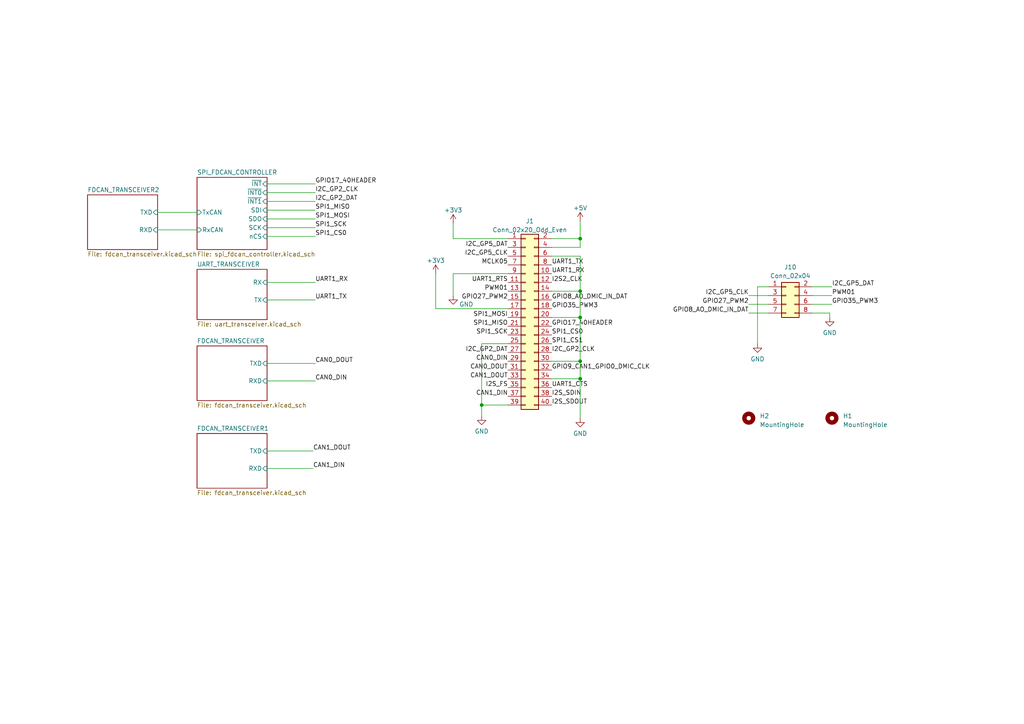
<source format=kicad_sch>
(kicad_sch (version 20230121) (generator eeschema)
  (paper "A4")
  (title_block (title "Jetson AGX Xavier 40-pin header hat") (date "2023-06-16") (company "EPFL Xplore") (comment 3 "Made by [MYB]"))
  (lib_symbols
    (symbol "Connector_Generic:Conn_02x20_Odd_Even" (pin_names (offset 1.016) hide)
      (property "Reference" "J" (at 1.27 25.4 0))
      (property "Value" "Conn_02x20_Odd_Even" (at 1.27 -27.94 0))
      (symbol "Conn_02x20_Odd_Even_1_1"
        (rectangle (start -1.27 -25.273) (end 0 -25.527) (stroke (width 0.1524)))
        (rectangle (start -1.27 -22.733) (end 0 -22.987) (stroke (width 0.1524)))
        (rectangle (start -1.27 -20.193) (end 0 -20.447) (stroke (width 0.1524)))
        (rectangle (start -1.27 -17.653) (end 0 -17.907) (stroke (width 0.1524)))
        (rectangle (start -1.27 -15.113) (end 0 -15.367) (stroke (width 0.1524)))
        (rectangle (start -1.27 -12.573) (end 0 -12.827) (stroke (width 0.1524)))
        (rectangle (start -1.27 -10.033) (end 0 -10.287) (stroke (width 0.1524)))
        (rectangle (start -1.27 -7.493) (end 0 -7.747) (stroke (width 0.1524)))
        (rectangle (start -1.27 -4.953) (end 0 -5.207) (stroke (width 0.1524)))
        (rectangle (start -1.27 -2.413) (end 0 -2.667) (stroke (width 0.1524)))
        (rectangle (start -1.27 0.127) (end 0 -0.127) (stroke (width 0.1524)))
        (rectangle (start -1.27 2.667) (end 0 2.413) (stroke (width 0.1524)))
        (rectangle (start -1.27 5.207) (end 0 4.953) (stroke (width 0.1524)))
        (rectangle (start -1.27 7.747) (end 0 7.493) (stroke (width 0.1524)))
        (rectangle (start -1.27 10.287) (end 0 10.033) (stroke (width 0.1524)))
        (rectangle (start -1.27 12.827) (end 0 12.573) (stroke (width 0.1524)))
        (rectangle (start -1.27 15.367) (end 0 15.113) (stroke (width 0.1524)))
        (rectangle (start -1.27 17.907) (end 0 17.653) (stroke (width 0.1524)))
        (rectangle (start -1.27 20.447) (end 0 20.193) (stroke (width 0.1524)))
        (rectangle (start -1.27 22.987) (end 0 22.733) (stroke (width 0.1524)))
        (rectangle (start -1.27 24.13) (end 3.81 -26.67) (stroke (width 0.254)) (fill (type background)))
        (rectangle (start 3.81 -25.273) (end 2.54 -25.527) (stroke (width 0.1524)))
        (rectangle (start 3.81 -22.733) (end 2.54 -22.987) (stroke (width 0.1524)))
        (rectangle (start 3.81 -20.193) (end 2.54 -20.447) (stroke (width 0.1524)))
        (rectangle (start 3.81 -17.653) (end 2.54 -17.907) (stroke (width 0.1524)))
        (rectangle (start 3.81 -15.113) (end 2.54 -15.367) (stroke (width 0.1524)))
        (rectangle (start 3.81 -12.573) (end 2.54 -12.827) (stroke (width 0.1524)))
        (rectangle (start 3.81 -10.033) (end 2.54 -10.287) (stroke (width 0.1524)))
        (rectangle (start 3.81 -7.493) (end 2.54 -7.747) (stroke (width 0.1524)))
        (rectangle (start 3.81 -4.953) (end 2.54 -5.207) (stroke (width 0.1524)))
        (rectangle (start 3.81 -2.413) (end 2.54 -2.667) (stroke (width 0.1524)))
        (rectangle (start 3.81 0.127) (end 2.54 -0.127) (stroke (width 0.1524)))
        (rectangle (start 3.81 2.667) (end 2.54 2.413) (stroke (width 0.1524)))
        (rectangle (start 3.81 5.207) (end 2.54 4.953) (stroke (width 0.1524)))
        (rectangle (start 3.81 7.747) (end 2.54 7.493) (stroke (width 0.1524)))
        (rectangle (start 3.81 10.287) (end 2.54 10.033) (stroke (width 0.1524)))
        (rectangle (start 3.81 12.827) (end 2.54 12.573) (stroke (width 0.1524)))
        (rectangle (start 3.81 15.367) (end 2.54 15.113) (stroke (width 0.1524)))
        (rectangle (start 3.81 17.907) (end 2.54 17.653) (stroke (width 0.1524)))
        (rectangle (start 3.81 20.447) (end 2.54 20.193) (stroke (width 0.1524)))
        (rectangle (start 3.81 22.987) (end 2.54 22.733) (stroke (width 0.1524)))
        (pin passive line (at -5.08 22.86 0) (length 3.81) (name "Pin_1") (number "1"))
        (pin passive line (at 7.62 12.7 180) (length 3.81) (name "Pin_10") (number "10"))
        (pin passive line (at -5.08 10.16 0) (length 3.81) (name "Pin_11") (number "11"))
        (pin passive line (at 7.62 10.16 180) (length 3.81) (name "Pin_12") (number "12"))
        (pin passive line (at -5.08 7.62 0) (length 3.81) (name "Pin_13") (number "13"))
        (pin passive line (at 7.62 7.62 180) (length 3.81) (name "Pin_14") (number "14"))
        (pin passive line (at -5.08 5.08 0) (length 3.81) (name "Pin_15") (number "15"))
        (pin passive line (at 7.62 5.08 180) (length 3.81) (name "Pin_16") (number "16"))
        (pin passive line (at -5.08 2.54 0) (length 3.81) (name "Pin_17") (number "17"))
        (pin passive line (at 7.62 2.54 180) (length 3.81) (name "Pin_18") (number "18"))
        (pin passive line (at -5.08 0 0) (length 3.81) (name "Pin_19") (number "19"))
        (pin passive line (at 7.62 22.86 180) (length 3.81) (name "Pin_2") (number "2"))
        (pin passive line (at 7.62 0 180) (length 3.81) (name "Pin_20") (number "20"))
        (pin passive line (at -5.08 -2.54 0) (length 3.81) (name "Pin_21") (number "21"))
        (pin passive line (at 7.62 -2.54 180) (length 3.81) (name "Pin_22") (number "22"))
        (pin passive line (at -5.08 -5.08 0) (length 3.81) (name "Pin_23") (number "23"))
        (pin passive line (at 7.62 -5.08 180) (length 3.81) (name "Pin_24") (number "24"))
        (pin passive line (at -5.08 -7.62 0) (length 3.81) (name "Pin_25") (number "25"))
        (pin passive line (at 7.62 -7.62 180) (length 3.81) (name "Pin_26") (number "26"))
        (pin passive line (at -5.08 -10.16 0) (length 3.81) (name "Pin_27") (number "27"))
        (pin passive line (at 7.62 -10.16 180) (length 3.81) (name "Pin_28") (number "28"))
        (pin passive line (at -5.08 -12.7 0) (length 3.81) (name "Pin_29") (number "29"))
        (pin passive line (at -5.08 20.32 0) (length 3.81) (name "Pin_3") (number "3"))
        (pin passive line (at 7.62 -12.7 180) (length 3.81) (name "Pin_30") (number "30"))
        (pin passive line (at -5.08 -15.24 0) (length 3.81) (name "Pin_31") (number "31"))
        (pin passive line (at 7.62 -15.24 180) (length 3.81) (name "Pin_32") (number "32"))
        (pin passive line (at -5.08 -17.78 0) (length 3.81) (name "Pin_33") (number "33"))
        (pin passive line (at 7.62 -17.78 180) (length 3.81) (name "Pin_34") (number "34"))
        (pin passive line (at -5.08 -20.32 0) (length 3.81) (name "Pin_35") (number "35"))
        (pin passive line (at 7.62 -20.32 180) (length 3.81) (name "Pin_36") (number "36"))
        (pin passive line (at -5.08 -22.86 0) (length 3.81) (name "Pin_37") (number "37"))
        (pin passive line (at 7.62 -22.86 180) (length 3.81) (name "Pin_38") (number "38"))
        (pin passive line (at -5.08 -25.4 0) (length 3.81) (name "Pin_39") (number "39"))
        (pin passive line (at 7.62 20.32 180) (length 3.81) (name "Pin_4") (number "4"))
        (pin passive line (at 7.62 -25.4 180) (length 3.81) (name "Pin_40") (number "40"))
        (pin passive line (at -5.08 17.78 0) (length 3.81) (name "Pin_5") (number "5"))
        (pin passive line (at 7.62 17.78 180) (length 3.81) (name "Pin_6") (number "6"))
        (pin passive line (at -5.08 15.24 0) (length 3.81) (name "Pin_7") (number "7"))
        (pin passive line (at 7.62 15.24 180) (length 3.81) (name "Pin_8") (number "8"))
        (pin passive line (at -5.08 12.7 0) (length 3.81) (name "Pin_9") (number "9"))
      )
    )
    (symbol "Mechanical:MountingHole" (pin_names (offset 1.016))
      (property "Reference" "H" (at 0 5.08 0))
      (property "Value" "MountingHole" (at 0 3.175 0))
      (symbol "MountingHole_0_1"
        (circle (center 0 0) (radius 1.27) (stroke (width 1.27)))
      )
    )
    (symbol "PCM_4ms_Connector:Conn_02x04" (pin_names (offset 1.016) hide)
      (property "Reference" "J" (at 1.27 5.08 0))
      (property "Value" "Conn_02x04" (at 1.27 -7.62 0))
      (symbol "Conn_02x04_1_1"
        (rectangle (start -1.27 -4.953) (end 0 -5.207) (stroke (width 0.1524)))
        (rectangle (start -1.27 -2.413) (end 0 -2.667) (stroke (width 0.1524)))
        (rectangle (start -1.27 0.127) (end 0 -0.127) (stroke (width 0.1524)))
        (rectangle (start -1.27 2.667) (end 0 2.413) (stroke (width 0.1524)))
        (rectangle (start -1.27 3.81) (end 3.81 -6.35) (stroke (width 0.254)) (fill (type background)))
        (rectangle (start 3.81 -4.953) (end 2.54 -5.207) (stroke (width 0.1524)))
        (rectangle (start 3.81 -2.413) (end 2.54 -2.667) (stroke (width 0.1524)))
        (rectangle (start 3.81 0.127) (end 2.54 -0.127) (stroke (width 0.1524)))
        (rectangle (start 3.81 2.667) (end 2.54 2.413) (stroke (width 0.1524)))
        (pin passive line (at -5.08 2.54 0) (length 3.81) (name "Pin_1") (number "1"))
        (pin passive line (at 7.62 2.54 180) (length 3.81) (name "Pin_2") (number "2"))
        (pin passive line (at -5.08 0 0) (length 3.81) (name "Pin_3") (number "3"))
        (pin passive line (at 7.62 0 180) (length 3.81) (name "Pin_4") (number "4"))
        (pin passive line (at -5.08 -2.54 0) (length 3.81) (name "Pin_5") (number "5"))
        (pin passive line (at 7.62 -2.54 180) (length 3.81) (name "Pin_6") (number "6"))
        (pin passive line (at -5.08 -5.08 0) (length 3.81) (name "Pin_7") (number "7"))
        (pin passive line (at 7.62 -5.08 180) (length 3.81) (name "Pin_8") (number "8"))
      )
    )
    (symbol "PCM_4ms_Power-symbol:+3.3V" (power) (pin_names (offset 0))
      (property "Value" "+3.3V" (at 0 3.556 0))
      (symbol "+3.3V_0_1"
        (polyline (pts (xy -0.762 1.27) (xy 0 2.54)))
        (polyline (pts (xy 0 0) (xy 0 2.54)))
        (polyline (pts (xy 0 2.54) (xy 0.762 1.27)))
      )
      (symbol "+3.3V_1_1"
        (pin power_in line (at 0 0 90) (length 0) hide (name "+3V3") (number "1"))
      )
    )
    (symbol "PCM_4ms_Power-symbol:+5V" (power) (pin_names (offset 0))
      (property "Value" "+5V" (at 0 3.556 0))
      (symbol "+5V_0_1"
        (polyline (pts (xy -0.762 1.27) (xy 0 2.54)))
        (polyline (pts (xy 0 0) (xy 0 2.54)))
        (polyline (pts (xy 0 2.54) (xy 0.762 1.27)))
      )
      (symbol "+5V_1_1"
        (pin power_in line (at 0 0 90) (length 0) hide (name "+5V") (number "1"))
      )
    )
    (symbol "PCM_4ms_Power-symbol:GND" (power) (pin_names (offset 0))
      (property "Value" "GND" (at 0 -3.81 0))
      (symbol "GND_0_1"
        (polyline (pts (xy 0 0) (xy 0 -1.27) (xy 1.27 -1.27) (xy 0 -2.54) (xy -1.27 -1.27) (xy 0 -1.27)))
      )
      (symbol "GND_1_1"
        (pin power_in line (at 0 0 270) (length 0) hide (name "GND") (number "1"))
      )
    )
  )
  (junction (at 168.275 92.075))
  (junction (at 168.275 104.775))
  (junction (at 168.275 69.215))
  (junction (at 168.275 84.455))
  (junction (at 139.7 117.475))
  (junction (at 168.275 109.855))
  (wire (pts (xy 160.02 104.775) (xy 168.275 104.775)))
  (wire (pts (xy 77.47 66.04) (xy 91.44 66.04)))
  (wire (pts (xy 168.275 84.455) (xy 168.275 92.075)))
  (wire (pts (xy 77.47 81.915) (xy 91.44 81.915)))
  (wire (pts (xy 131.445 64.77) (xy 131.445 69.215)))
  (wire (pts (xy 168.275 92.075) (xy 168.275 104.775)))
  (wire (pts (xy 240.665 92.075) (xy 240.665 90.805)))
  (wire (pts (xy 139.7 117.475) (xy 139.7 120.65)))
  (wire (pts (xy 126.365 89.535) (xy 147.32 89.535)))
  (wire (pts (xy 77.47 135.89) (xy 90.805 135.89)))
  (wire (pts (xy 217.17 88.265) (xy 222.885 88.265)))
  (wire (pts (xy 139.7 117.475) (xy 147.32 117.475)))
  (wire (pts (xy 77.47 105.41) (xy 91.44 105.41)))
  (wire (pts (xy 160.02 92.075) (xy 168.275 92.075)))
  (wire (pts (xy 219.71 83.185) (xy 222.885 83.185)))
  (wire (pts (xy 160.02 109.855) (xy 168.275 109.855)))
  (wire (pts (xy 168.275 64.135) (xy 168.275 69.215)))
  (wire (pts (xy 160.02 71.755) (xy 168.275 71.755)))
  (wire (pts (xy 168.275 74.295) (xy 168.275 84.455)))
  (wire (pts (xy 168.275 109.855) (xy 168.275 121.285)))
  (wire (pts (xy 241.3 88.265) (xy 235.585 88.265)))
  (wire (pts (xy 219.71 83.185) (xy 219.71 99.695)))
  (wire (pts (xy 241.3 85.725) (xy 235.585 85.725)))
  (wire (pts (xy 147.32 99.695) (xy 139.7 99.695)))
  (wire (pts (xy 77.47 130.81) (xy 90.805 130.81)))
  (wire (pts (xy 131.445 69.215) (xy 147.32 69.215)))
  (wire (pts (xy 77.47 110.49) (xy 91.44 110.49)))
  (wire (pts (xy 139.7 99.695) (xy 139.7 117.475)))
  (wire (pts (xy 77.47 86.995) (xy 91.44 86.995)))
  (wire (pts (xy 168.275 104.775) (xy 168.275 109.855)))
  (wire (pts (xy 77.47 68.58) (xy 91.44 68.58)))
  (wire (pts (xy 131.445 85.725) (xy 131.445 79.375)))
  (wire (pts (xy 217.17 85.725) (xy 222.885 85.725)))
  (wire (pts (xy 45.72 61.595) (xy 57.15 61.595)))
  (wire (pts (xy 131.445 79.375) (xy 147.32 79.375)))
  (wire (pts (xy 77.47 58.42) (xy 91.44 58.42)))
  (wire (pts (xy 126.365 79.375) (xy 126.365 89.535)))
  (wire (pts (xy 241.3 83.185) (xy 235.585 83.185)))
  (wire (pts (xy 77.47 63.5) (xy 91.44 63.5)))
  (wire (pts (xy 160.02 84.455) (xy 168.275 84.455)))
  (wire (pts (xy 240.665 90.805) (xy 235.585 90.805)))
  (wire (pts (xy 160.02 69.215) (xy 168.275 69.215)))
  (wire (pts (xy 217.17 90.805) (xy 222.885 90.805)))
  (wire (pts (xy 77.47 60.96) (xy 91.44 60.96)))
  (wire (pts (xy 168.275 69.215) (xy 168.275 71.755)))
  (wire (pts (xy 77.47 55.88) (xy 91.44 55.88)))
  (wire (pts (xy 91.44 53.34) (xy 77.47 53.34)))
  (wire (pts (xy 160.02 74.295) (xy 168.275 74.295)))
  (wire (pts (xy 45.72 66.675) (xy 57.15 66.675)))
  (label "I2S_FS" (at 147.32 112.395 180))
  (label "SPI1_CS0" (at 160.02 97.155 0))
  (label "I2C_GP5_DAT" (at 147.32 71.755 180))
  (label "GPIO35_PWM3" (at 241.3 88.265 0))
  (label "I2C_GP2_CLK" (at 160.02 102.235 0))
  (label "GPIO27_PWM2" (at 217.17 88.265 180))
  (label "SPI1_MOSI" (at 147.32 92.075 180))
  (label "CAN1_DOUT" (at 90.805 130.81 0))
  (label "GPIO9_CAN1_GPIO0_DMIC_CLK" (at 160.02 107.315 0))
  (label "CAN1_DIN" (at 147.32 114.935 180))
  (label "UART1_TX" (at 91.44 86.995 0))
  (label "SPI1_MISO" (at 147.32 94.615 180))
  (label "PWM01" (at 147.32 84.455 180))
  (label "GPIO27_PWM2" (at 147.32 86.995 180))
  (label "PWM01" (at 241.3 85.725 0))
  (label "I2S_SDIN" (at 160.02 114.935 0))
  (label "UART1_RX" (at 160.02 79.375 0))
  (label "SPI1_CS0" (at 91.44 68.58 0))
  (label "UART1_CTS" (at 160.02 112.395 0))
  (label "UART1_RX" (at 91.44 81.915 0))
  (label "CAN1_DOUT" (at 147.32 109.855 180))
  (label "I2S2_CLK" (at 160.02 81.915 0))
  (label "GPIO35_PWM3" (at 160.02 89.535 0))
  (label "SPI1_SCK" (at 91.44 66.04 0))
  (label "GPIO17_40HEADER" (at 160.02 94.615 0))
  (label "SPI1_MISO" (at 91.44 60.96 0))
  (label "SPI1_MOSI" (at 91.44 63.5 0))
  (label "GPIO8_AO_DMIC_IN_DAT" (at 160.02 86.995 0))
  (label "CAN0_DOUT" (at 91.44 105.41 0))
  (label "UART1_TX" (at 160.02 76.835 0))
  (label "CAN0_DIN" (at 91.44 110.49 0))
  (label "CAN0_DIN" (at 147.32 104.775 180))
  (label "I2C_GP2_DAT" (at 147.32 102.235 180))
  (label "I2S_SDOUT" (at 160.02 117.475 0))
  (label "I2C_GP5_CLK" (at 217.17 85.725 180))
  (label "I2C_GP2_CLK" (at 91.44 55.88 0))
  (label "I2C_GP5_DAT" (at 241.3 83.185 0))
  (label "I2C_GP2_DAT" (at 91.44 58.42 0))
  (label "UART1_RTS" (at 147.32 81.915 180))
  (label "SPI1_CS1" (at 160.02 99.695 0))
  (label "GPIO17_40HEADER" (at 91.44 53.34 0))
  (label "CAN0_DOUT" (at 147.32 107.315 180))
  (label "I2C_GP5_CLK" (at 147.32 74.295 180))
  (label "MCLK05" (at 147.32 76.835 180))
  (label "GPIO8_AO_DMIC_IN_DAT" (at 217.17 90.805 180))
  (label "CAN1_DIN" (at 90.805 135.89 0))
  (label "SPI1_SCK" (at 147.32 97.155 180))
  (symbol (lib_id "Connector_Generic:Conn_02x20_Odd_Even") (at 152.4 92.075 0) (unit 1)
    (property "Reference" "J1" (at 153.67 64.135 0))
    (property "Value" "Conn_02x20_Odd_Even" (at 153.67 66.675 0))
    (property "Footprint" "Connector_PinSocket_2.54mm:PinSocket_2x20_P2.54mm_Vertical" (effects hide))
  )
  (symbol (lib_id "PCM_4ms_Power-symbol:GND") (at 131.445 85.725 0) (unit 1)
    (property "Reference" "#PWR025" (effects hide))
    (property "Value" "GND" (at 135.255 88.265 0))
  )
  (symbol (lib_id "Mechanical:MountingHole") (at 241.3 121.285 0) (unit 1)
    (property "Reference" "H1" (at 244.475 120.65 0) (effects (justify left)))
    (property "Value" "MountingHole" (at 244.475 123.19 0) (effects (justify left)))
    (property "Footprint" "MountingHole:MountingHole_3.2mm_M3_Pad_Via" (effects hide))
  )
  (symbol (lib_id "PCM_4ms_Power-symbol:GND") (at 240.665 92.075 0) (mirror y) (unit 1)
    (property "Reference" "#PWR031" (effects hide))
    (property "Value" "GND" (at 240.665 96.52 0))
  )
  (symbol (lib_id "PCM_4ms_Power-symbol:GND") (at 219.71 99.695 0) (unit 1)
    (property "Reference" "#PWR032" (effects hide))
    (property "Value" "GND" (at 219.71 104.14 0))
  )
  (symbol (lib_id "PCM_4ms_Connector:Conn_02x04") (at 227.965 85.725 0) (unit 1)
    (property "Reference" "J10" (at 229.235 77.47 0))
    (property "Value" "Conn_02x04" (at 229.235 80.01 0))
    (property "Footprint" "Connector_PinSocket_2.54mm:PinSocket_2x04_P2.54mm_Vertical" (effects hide))
    (property "Specifications" "HEADER 2x4 MALE PINS 0.100” 180deg" (effects hide))
    (property "Manufacturer" "TAD" (effects hide))
    (property "Part Number" "1-0802FBV0T" (effects hide))
  )
  (symbol (lib_id "PCM_4ms_Power-symbol:GND") (at 139.7 120.65 0) (unit 1)
    (property "Reference" "#PWR02" (effects hide))
    (property "Value" "GND" (at 139.7 125.095 0))
  )
  (symbol (lib_id "PCM_4ms_Power-symbol:GND") (at 168.275 121.285 0) (unit 1)
    (property "Reference" "#PWR024" (effects hide))
    (property "Value" "GND" (at 168.275 125.73 0))
  )
  (symbol (lib_id "Mechanical:MountingHole") (at 217.17 121.285 0) (unit 1)
    (property "Reference" "H2" (at 220.345 120.65 0) (effects (justify left)))
    (property "Value" "MountingHole" (at 220.345 123.19 0) (effects (justify left)))
    (property "Footprint" "MountingHole:MountingHole_3.2mm_M3_Pad_Via" (effects hide))
  )
  (symbol (lib_id "PCM_4ms_Power-symbol:+3.3V") (at 131.445 64.77 0) (unit 1)
    (property "Reference" "#PWR01" (effects hide))
    (property "Value" "+3.3V" (at 131.445 60.96 0))
  )
  (symbol (lib_id "PCM_4ms_Power-symbol:+5V") (at 168.275 64.135 0) (unit 1)
    (property "Reference" "#PWR03" (effects hide))
    (property "Value" "+5V" (at 168.275 60.325 0))
  )
  (symbol (lib_id "PCM_4ms_Power-symbol:+3.3V") (at 126.365 79.375 0) (unit 1)
    (property "Reference" "#PWR026" (effects hide))
    (property "Value" "+3.3V" (at 126.365 75.565 0))
  )
  (sheet (at 57.15 51.435) (size 20.32 20.955) (stroke (width 0.1524))
    (property "Sheetname" "SPI_FDCAN_CONTROLLER" (at 57.15 50.7234 0) (effects (justify left bottom)))
    (property "Sheetfile" "spi_fdcan_controller.kicad_sch" (at 57.15 72.9746 0) (effects (justify left top)))
    (pin "RxCAN" input (at 57.15 66.675 180))
    (pin "TxCAN" input (at 57.15 61.595 180))
    (pin "SDI" input (at 77.47 60.96 0))
    (pin "SDO" input (at 77.47 63.5 0))
    (pin "SCK" input (at 77.47 66.04 0))
    (pin "nCS" input (at 77.47 68.58 0))
    (pin "~{INT0}" input (at 77.47 55.88 0))
    (pin "~{INT1}" input (at 77.47 58.42 0))
    (pin "~{INT}" input (at 77.47 53.34 0))
  )
  (sheet (at 57.15 125.73) (size 20.32 15.875) (stroke (width 0.1524))
    (property "Sheetname" "FDCAN_TRANSCEIVER1" (at 57.15 125.0184 0) (effects (justify left bottom)))
    (property "Sheetfile" "fdcan_transceiver.kicad_sch" (at 57.15 142.1896 0) (effects (justify left top)))
    (pin "TXD" input (at 77.47 130.81 0))
    (pin "RXD" input (at 77.47 135.89 0))
  )
  (sheet (at 57.15 100.33) (size 20.32 15.875) (stroke (width 0.1524))
    (property "Sheetname" "FDCAN_TRANSCEIVER" (at 57.15 99.6184 0) (effects (justify left bottom)))
    (property "Sheetfile" "fdcan_transceiver.kicad_sch" (at 57.15 116.7896 0) (effects (justify left top)))
    (pin "TXD" input (at 77.47 105.41 0))
    (pin "RXD" input (at 77.47 110.49 0))
  )
  (sheet (at 25.4 56.515) (size 20.32 15.875) (stroke (width 0.1524))
    (property "Sheetname" "FDCAN_TRANSCEIVER2" (at 25.4 55.8034 0) (effects (justify left bottom)))
    (property "Sheetfile" "fdcan_transceiver.kicad_sch" (at 25.4 72.9746 0) (effects (justify left top)))
    (pin "TXD" input (at 45.72 61.595 0))
    (pin "RXD" input (at 45.72 66.675 0))
  )
  (sheet (at 57.15 78.105) (size 20.32 14.605) (stroke (width 0.1524))
    (property "Sheetname" "UART_TRANSCEIVER" (at 57.15 77.3934 0) (effects (justify left bottom)))
    (property "Sheetfile" "uart_transceiver.kicad_sch" (at 57.15 93.2946 0) (effects (justify left top)))
    (pin "RX" input (at 77.47 81.915 0))
    (pin "TX" input (at 77.47 86.995 0))
  )
)
</source>
